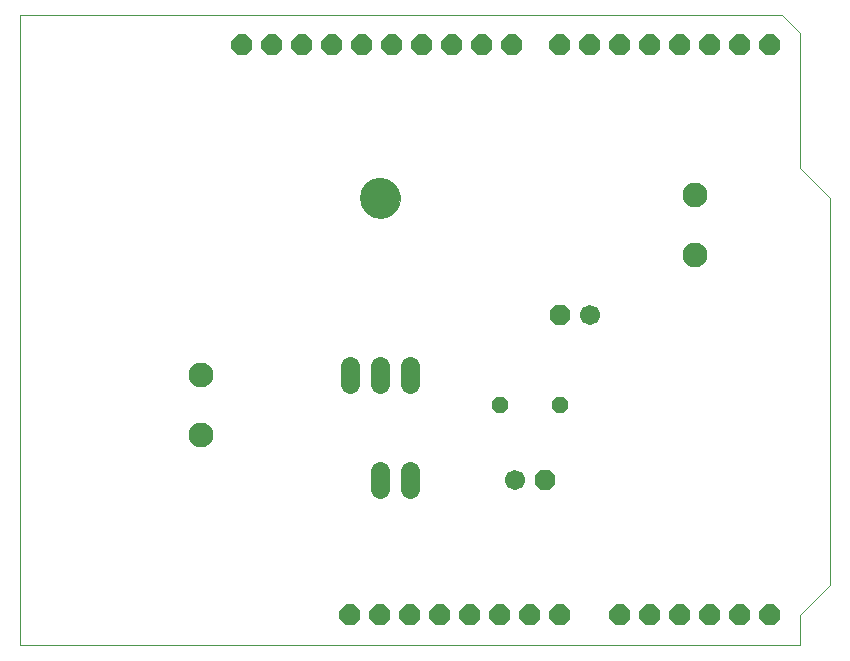
<source format=gbs>
G75*
%MOIN*%
%OFA0B0*%
%FSLAX25Y25*%
%IPPOS*%
%LPD*%
%AMOC8*
5,1,8,0,0,1.08239X$1,22.5*
%
%ADD10OC8,0.05600*%
%ADD11OC8,0.06700*%
%ADD12C,0.06700*%
%ADD13C,0.06400*%
%ADD14C,0.00000*%
%ADD15C,0.13400*%
%ADD16OC8,0.07000*%
%ADD17C,0.08274*%
D10*
X0165000Y0085000D03*
X0185000Y0085000D03*
D11*
X0180000Y0060000D03*
X0185000Y0115000D03*
D12*
X0195000Y0115000D03*
X0170000Y0060000D03*
D13*
X0135000Y0057000D02*
X0135000Y0063000D01*
X0125000Y0063000D02*
X0125000Y0057000D01*
X0125000Y0092000D02*
X0125000Y0098000D01*
X0135000Y0098000D02*
X0135000Y0092000D01*
X0115000Y0092000D02*
X0115000Y0098000D01*
D14*
X0005000Y0005000D02*
X0005000Y0215000D01*
X0259000Y0215000D01*
X0265000Y0209000D01*
X0265000Y0164000D01*
X0275000Y0154000D01*
X0275000Y0025000D01*
X0265000Y0015000D01*
X0265000Y0005000D01*
X0005000Y0005000D01*
X0118500Y0154000D02*
X0118502Y0154161D01*
X0118508Y0154321D01*
X0118518Y0154482D01*
X0118532Y0154642D01*
X0118550Y0154802D01*
X0118571Y0154961D01*
X0118597Y0155120D01*
X0118627Y0155278D01*
X0118660Y0155435D01*
X0118698Y0155592D01*
X0118739Y0155747D01*
X0118784Y0155901D01*
X0118833Y0156054D01*
X0118886Y0156206D01*
X0118942Y0156357D01*
X0119003Y0156506D01*
X0119066Y0156654D01*
X0119134Y0156800D01*
X0119205Y0156944D01*
X0119279Y0157086D01*
X0119357Y0157227D01*
X0119439Y0157365D01*
X0119524Y0157502D01*
X0119612Y0157636D01*
X0119704Y0157768D01*
X0119799Y0157898D01*
X0119897Y0158026D01*
X0119998Y0158151D01*
X0120102Y0158273D01*
X0120209Y0158393D01*
X0120319Y0158510D01*
X0120432Y0158625D01*
X0120548Y0158736D01*
X0120667Y0158845D01*
X0120788Y0158950D01*
X0120912Y0159053D01*
X0121038Y0159153D01*
X0121166Y0159249D01*
X0121297Y0159342D01*
X0121431Y0159432D01*
X0121566Y0159519D01*
X0121704Y0159602D01*
X0121843Y0159682D01*
X0121985Y0159758D01*
X0122128Y0159831D01*
X0122273Y0159900D01*
X0122420Y0159966D01*
X0122568Y0160028D01*
X0122718Y0160086D01*
X0122869Y0160141D01*
X0123022Y0160192D01*
X0123176Y0160239D01*
X0123331Y0160282D01*
X0123487Y0160321D01*
X0123643Y0160357D01*
X0123801Y0160388D01*
X0123959Y0160416D01*
X0124118Y0160440D01*
X0124278Y0160460D01*
X0124438Y0160476D01*
X0124598Y0160488D01*
X0124759Y0160496D01*
X0124920Y0160500D01*
X0125080Y0160500D01*
X0125241Y0160496D01*
X0125402Y0160488D01*
X0125562Y0160476D01*
X0125722Y0160460D01*
X0125882Y0160440D01*
X0126041Y0160416D01*
X0126199Y0160388D01*
X0126357Y0160357D01*
X0126513Y0160321D01*
X0126669Y0160282D01*
X0126824Y0160239D01*
X0126978Y0160192D01*
X0127131Y0160141D01*
X0127282Y0160086D01*
X0127432Y0160028D01*
X0127580Y0159966D01*
X0127727Y0159900D01*
X0127872Y0159831D01*
X0128015Y0159758D01*
X0128157Y0159682D01*
X0128296Y0159602D01*
X0128434Y0159519D01*
X0128569Y0159432D01*
X0128703Y0159342D01*
X0128834Y0159249D01*
X0128962Y0159153D01*
X0129088Y0159053D01*
X0129212Y0158950D01*
X0129333Y0158845D01*
X0129452Y0158736D01*
X0129568Y0158625D01*
X0129681Y0158510D01*
X0129791Y0158393D01*
X0129898Y0158273D01*
X0130002Y0158151D01*
X0130103Y0158026D01*
X0130201Y0157898D01*
X0130296Y0157768D01*
X0130388Y0157636D01*
X0130476Y0157502D01*
X0130561Y0157365D01*
X0130643Y0157227D01*
X0130721Y0157086D01*
X0130795Y0156944D01*
X0130866Y0156800D01*
X0130934Y0156654D01*
X0130997Y0156506D01*
X0131058Y0156357D01*
X0131114Y0156206D01*
X0131167Y0156054D01*
X0131216Y0155901D01*
X0131261Y0155747D01*
X0131302Y0155592D01*
X0131340Y0155435D01*
X0131373Y0155278D01*
X0131403Y0155120D01*
X0131429Y0154961D01*
X0131450Y0154802D01*
X0131468Y0154642D01*
X0131482Y0154482D01*
X0131492Y0154321D01*
X0131498Y0154161D01*
X0131500Y0154000D01*
X0131498Y0153839D01*
X0131492Y0153679D01*
X0131482Y0153518D01*
X0131468Y0153358D01*
X0131450Y0153198D01*
X0131429Y0153039D01*
X0131403Y0152880D01*
X0131373Y0152722D01*
X0131340Y0152565D01*
X0131302Y0152408D01*
X0131261Y0152253D01*
X0131216Y0152099D01*
X0131167Y0151946D01*
X0131114Y0151794D01*
X0131058Y0151643D01*
X0130997Y0151494D01*
X0130934Y0151346D01*
X0130866Y0151200D01*
X0130795Y0151056D01*
X0130721Y0150914D01*
X0130643Y0150773D01*
X0130561Y0150635D01*
X0130476Y0150498D01*
X0130388Y0150364D01*
X0130296Y0150232D01*
X0130201Y0150102D01*
X0130103Y0149974D01*
X0130002Y0149849D01*
X0129898Y0149727D01*
X0129791Y0149607D01*
X0129681Y0149490D01*
X0129568Y0149375D01*
X0129452Y0149264D01*
X0129333Y0149155D01*
X0129212Y0149050D01*
X0129088Y0148947D01*
X0128962Y0148847D01*
X0128834Y0148751D01*
X0128703Y0148658D01*
X0128569Y0148568D01*
X0128434Y0148481D01*
X0128296Y0148398D01*
X0128157Y0148318D01*
X0128015Y0148242D01*
X0127872Y0148169D01*
X0127727Y0148100D01*
X0127580Y0148034D01*
X0127432Y0147972D01*
X0127282Y0147914D01*
X0127131Y0147859D01*
X0126978Y0147808D01*
X0126824Y0147761D01*
X0126669Y0147718D01*
X0126513Y0147679D01*
X0126357Y0147643D01*
X0126199Y0147612D01*
X0126041Y0147584D01*
X0125882Y0147560D01*
X0125722Y0147540D01*
X0125562Y0147524D01*
X0125402Y0147512D01*
X0125241Y0147504D01*
X0125080Y0147500D01*
X0124920Y0147500D01*
X0124759Y0147504D01*
X0124598Y0147512D01*
X0124438Y0147524D01*
X0124278Y0147540D01*
X0124118Y0147560D01*
X0123959Y0147584D01*
X0123801Y0147612D01*
X0123643Y0147643D01*
X0123487Y0147679D01*
X0123331Y0147718D01*
X0123176Y0147761D01*
X0123022Y0147808D01*
X0122869Y0147859D01*
X0122718Y0147914D01*
X0122568Y0147972D01*
X0122420Y0148034D01*
X0122273Y0148100D01*
X0122128Y0148169D01*
X0121985Y0148242D01*
X0121843Y0148318D01*
X0121704Y0148398D01*
X0121566Y0148481D01*
X0121431Y0148568D01*
X0121297Y0148658D01*
X0121166Y0148751D01*
X0121038Y0148847D01*
X0120912Y0148947D01*
X0120788Y0149050D01*
X0120667Y0149155D01*
X0120548Y0149264D01*
X0120432Y0149375D01*
X0120319Y0149490D01*
X0120209Y0149607D01*
X0120102Y0149727D01*
X0119998Y0149849D01*
X0119897Y0149974D01*
X0119799Y0150102D01*
X0119704Y0150232D01*
X0119612Y0150364D01*
X0119524Y0150498D01*
X0119439Y0150635D01*
X0119357Y0150773D01*
X0119279Y0150914D01*
X0119205Y0151056D01*
X0119134Y0151200D01*
X0119066Y0151346D01*
X0119003Y0151494D01*
X0118942Y0151643D01*
X0118886Y0151794D01*
X0118833Y0151946D01*
X0118784Y0152099D01*
X0118739Y0152253D01*
X0118698Y0152408D01*
X0118660Y0152565D01*
X0118627Y0152722D01*
X0118597Y0152880D01*
X0118571Y0153039D01*
X0118550Y0153198D01*
X0118532Y0153358D01*
X0118518Y0153518D01*
X0118508Y0153679D01*
X0118502Y0153839D01*
X0118500Y0154000D01*
D15*
X0125000Y0154000D03*
D16*
X0129000Y0205000D03*
X0119000Y0205000D03*
X0109000Y0205000D03*
X0099000Y0205000D03*
X0089000Y0205000D03*
X0079000Y0205000D03*
X0139000Y0205000D03*
X0149000Y0205000D03*
X0159000Y0205000D03*
X0169000Y0205000D03*
X0185000Y0205000D03*
X0195000Y0205000D03*
X0205000Y0205000D03*
X0215000Y0205000D03*
X0225000Y0205000D03*
X0235000Y0205000D03*
X0245000Y0205000D03*
X0255000Y0205000D03*
X0255000Y0015000D03*
X0245000Y0015000D03*
X0235000Y0015000D03*
X0225000Y0015000D03*
X0215000Y0015000D03*
X0205000Y0015000D03*
X0185000Y0015000D03*
X0175000Y0015000D03*
X0165000Y0015000D03*
X0155000Y0015000D03*
X0145000Y0015000D03*
X0135000Y0015000D03*
X0125000Y0015000D03*
X0115000Y0015000D03*
D17*
X0065098Y0075083D03*
X0065098Y0095083D03*
X0229902Y0134917D03*
X0229902Y0154917D03*
M02*

</source>
